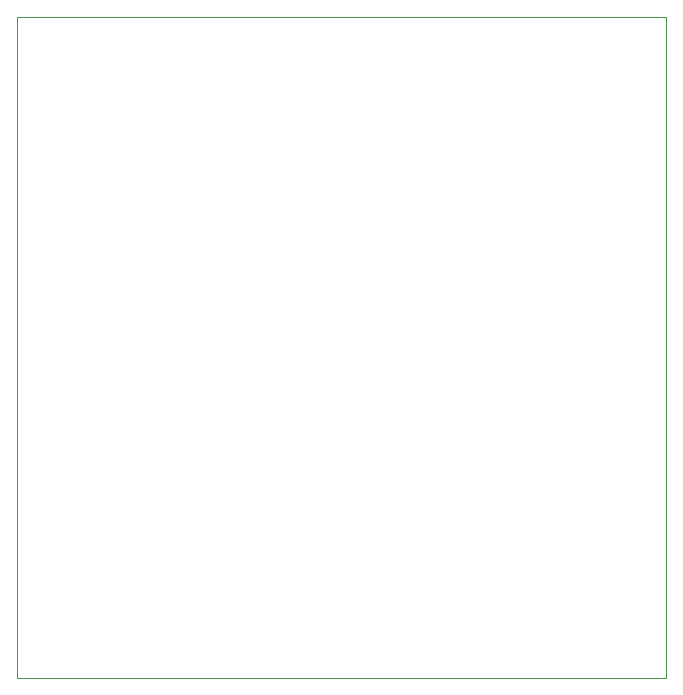
<source format=gbr>
%TF.GenerationSoftware,KiCad,Pcbnew,9.0.5*%
%TF.CreationDate,2025-10-11T13:35:54-04:00*%
%TF.ProjectId,EGR 101,45475220-3130-4312-9e6b-696361645f70,rev?*%
%TF.SameCoordinates,Original*%
%TF.FileFunction,Profile,NP*%
%FSLAX46Y46*%
G04 Gerber Fmt 4.6, Leading zero omitted, Abs format (unit mm)*
G04 Created by KiCad (PCBNEW 9.0.5) date 2025-10-11 13:35:54*
%MOMM*%
%LPD*%
G01*
G04 APERTURE LIST*
%TA.AperFunction,Profile*%
%ADD10C,0.050000*%
%TD*%
G04 APERTURE END LIST*
D10*
X153000000Y-52000000D02*
X208000000Y-52000000D01*
X208000000Y-108000000D01*
X153000000Y-108000000D01*
X153000000Y-52000000D01*
M02*

</source>
